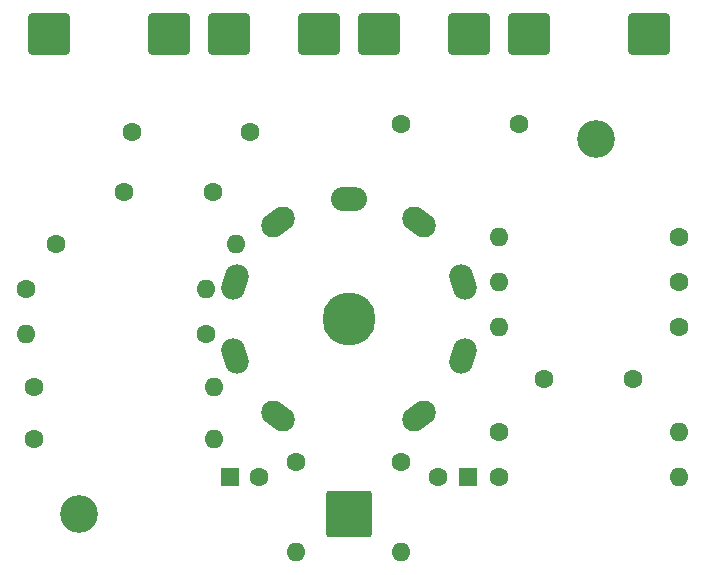
<source format=gbr>
G04 #@! TF.GenerationSoftware,KiCad,Pcbnew,7.0.2-0*
G04 #@! TF.CreationDate,2023-05-17T19:53:00+03:00*
G04 #@! TF.ProjectId,tubeTest,74756265-5465-4737-942e-6b696361645f,rev?*
G04 #@! TF.SameCoordinates,Original*
G04 #@! TF.FileFunction,Soldermask,Top*
G04 #@! TF.FilePolarity,Negative*
%FSLAX46Y46*%
G04 Gerber Fmt 4.6, Leading zero omitted, Abs format (unit mm)*
G04 Created by KiCad (PCBNEW 7.0.2-0) date 2023-05-17 19:53:00*
%MOMM*%
%LPD*%
G01*
G04 APERTURE LIST*
G04 Aperture macros list*
%AMRoundRect*
0 Rectangle with rounded corners*
0 $1 Rounding radius*
0 $2 $3 $4 $5 $6 $7 $8 $9 X,Y pos of 4 corners*
0 Add a 4 corners polygon primitive as box body*
4,1,4,$2,$3,$4,$5,$6,$7,$8,$9,$2,$3,0*
0 Add four circle primitives for the rounded corners*
1,1,$1+$1,$2,$3*
1,1,$1+$1,$4,$5*
1,1,$1+$1,$6,$7*
1,1,$1+$1,$8,$9*
0 Add four rect primitives between the rounded corners*
20,1,$1+$1,$2,$3,$4,$5,0*
20,1,$1+$1,$4,$5,$6,$7,0*
20,1,$1+$1,$6,$7,$8,$9,0*
20,1,$1+$1,$8,$9,$2,$3,0*%
%AMHorizOval*
0 Thick line with rounded ends*
0 $1 width*
0 $2 $3 position (X,Y) of the first rounded end (center of the circle)*
0 $4 $5 position (X,Y) of the second rounded end (center of the circle)*
0 Add line between two ends*
20,1,$1,$2,$3,$4,$5,0*
0 Add two circle primitives to create the rounded ends*
1,1,$1,$2,$3*
1,1,$1,$4,$5*%
G04 Aperture macros list end*
%ADD10C,1.600000*%
%ADD11O,1.600000X1.600000*%
%ADD12RoundRect,0.250002X-1.499998X-1.499998X1.499998X-1.499998X1.499998X1.499998X-1.499998X1.499998X0*%
%ADD13RoundRect,0.250002X-1.699998X-1.699998X1.699998X-1.699998X1.699998X1.699998X-1.699998X1.699998X0*%
%ADD14C,3.200000*%
%ADD15HorizOval,2.030000X-0.412599X0.299770X0.412599X-0.299770X0*%
%ADD16HorizOval,2.030000X-0.157599X0.485039X0.157599X-0.485039X0*%
%ADD17HorizOval,2.030000X0.157599X0.485039X-0.157599X-0.485039X0*%
%ADD18HorizOval,2.030000X0.412599X0.299770X-0.412599X-0.299770X0*%
%ADD19O,3.050000X2.030000*%
%ADD20C,4.500000*%
%ADD21R,1.600000X1.600000*%
G04 APERTURE END LIST*
D10*
X116205000Y-106680000D03*
D11*
X131445000Y-106680000D03*
D10*
X147955000Y-92710000D03*
X157955000Y-92710000D03*
D12*
X168910000Y-85090000D03*
X133350000Y-85090000D03*
D10*
X116840000Y-119380000D03*
D11*
X132080000Y-119380000D03*
D12*
X118110000Y-85090000D03*
D10*
X139065000Y-121285000D03*
D11*
X139065000Y-128905000D03*
D13*
X143510000Y-125730000D03*
D12*
X128270000Y-85090000D03*
D10*
X147955000Y-121285000D03*
D11*
X147955000Y-128905000D03*
D10*
X156210000Y-122555000D03*
D11*
X171450000Y-122555000D03*
D10*
X124520000Y-98425000D03*
X132020000Y-98425000D03*
X118745000Y-102870000D03*
D11*
X133985000Y-102870000D03*
D10*
X167580000Y-114300000D03*
X160080000Y-114300000D03*
X156210000Y-118745000D03*
D11*
X171450000Y-118745000D03*
D14*
X164465000Y-93980000D03*
X120650000Y-125730000D03*
D12*
X158750000Y-85090000D03*
X146050000Y-85090000D03*
D10*
X116840000Y-114935000D03*
D11*
X132080000Y-114935000D03*
D12*
X153670000Y-85090000D03*
D10*
X135175000Y-93345000D03*
X125175000Y-93345000D03*
X171450000Y-109855000D03*
D11*
X156210000Y-109855000D03*
D10*
X131445000Y-110490000D03*
D11*
X116205000Y-110490000D03*
D10*
X171450000Y-106045000D03*
D11*
X156210000Y-106045000D03*
D12*
X140970000Y-85090000D03*
D10*
X171450000Y-102235000D03*
D11*
X156210000Y-102235000D03*
D15*
X137538102Y-117439612D03*
D16*
X133848170Y-112362396D03*
D17*
X133846361Y-106083171D03*
D18*
X137538102Y-101000387D03*
D19*
X143507073Y-99060000D03*
D15*
X149481898Y-101000387D03*
D16*
X153171830Y-106077604D03*
D17*
X153172734Y-112359612D03*
D18*
X149484266Y-117437892D03*
D20*
X143510000Y-109220000D03*
D21*
X133414888Y-122555000D03*
D10*
X135914888Y-122555000D03*
D21*
X153605113Y-122555000D03*
D10*
X151105113Y-122555000D03*
M02*

</source>
